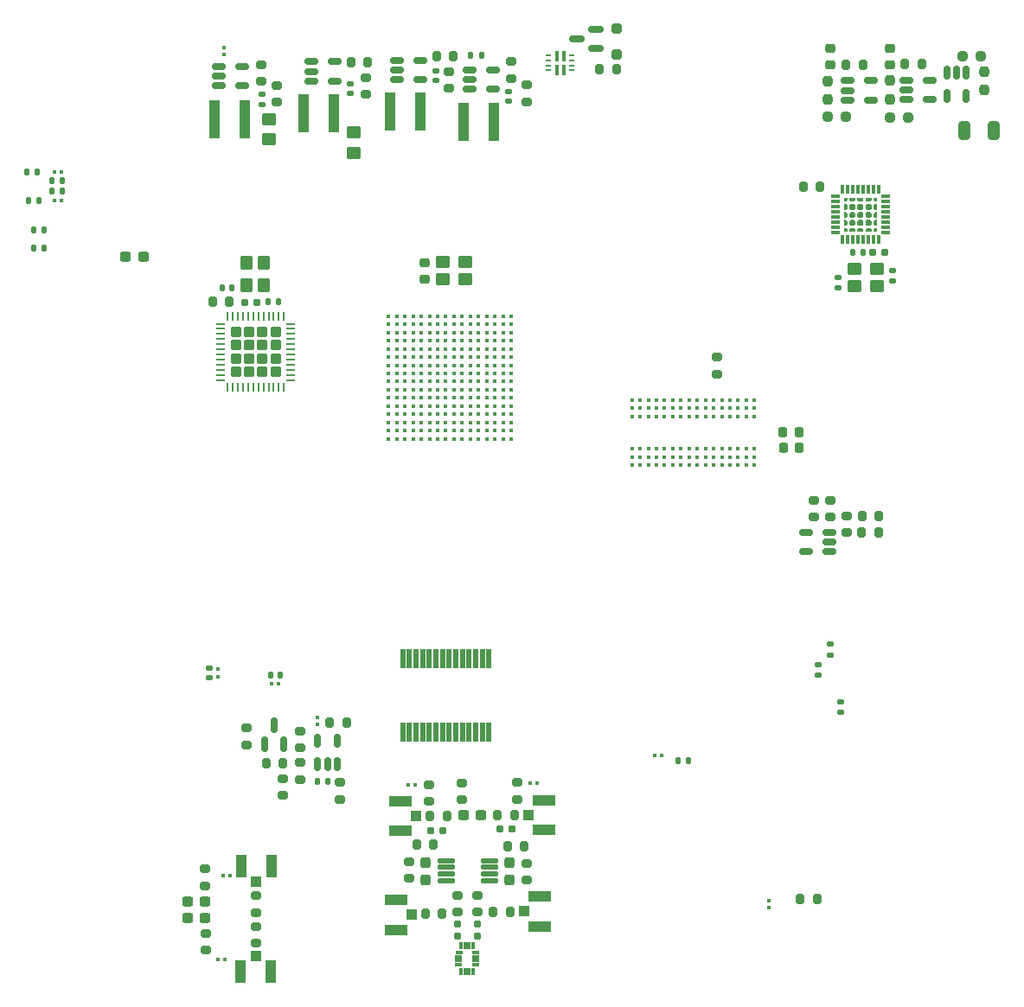
<source format=gbr>
G04 #@! TF.GenerationSoftware,KiCad,Pcbnew,9.0.3-9.0.3-0~ubuntu24.04.1*
G04 #@! TF.CreationDate,2025-07-29T10:54:51+02:00*
G04 #@! TF.ProjectId,acoustic-carrier-board,61636f75-7374-4696-932d-636172726965,rev?*
G04 #@! TF.SameCoordinates,Original*
G04 #@! TF.FileFunction,Paste,Top*
G04 #@! TF.FilePolarity,Positive*
%FSLAX46Y46*%
G04 Gerber Fmt 4.6, Leading zero omitted, Abs format (unit mm)*
G04 Created by KiCad (PCBNEW 9.0.3-9.0.3-0~ubuntu24.04.1) date 2025-07-29 10:54:51*
%MOMM*%
%LPD*%
G01*
G04 APERTURE LIST*
G04 Aperture macros list*
%AMRoundRect*
0 Rectangle with rounded corners*
0 $1 Rounding radius*
0 $2 $3 $4 $5 $6 $7 $8 $9 X,Y pos of 4 corners*
0 Add a 4 corners polygon primitive as box body*
4,1,4,$2,$3,$4,$5,$6,$7,$8,$9,$2,$3,0*
0 Add four circle primitives for the rounded corners*
1,1,$1+$1,$2,$3*
1,1,$1+$1,$4,$5*
1,1,$1+$1,$6,$7*
1,1,$1+$1,$8,$9*
0 Add four rect primitives between the rounded corners*
20,1,$1+$1,$2,$3,$4,$5,0*
20,1,$1+$1,$4,$5,$6,$7,0*
20,1,$1+$1,$6,$7,$8,$9,0*
20,1,$1+$1,$8,$9,$2,$3,0*%
G04 Aperture macros list end*
%ADD10C,0.000000*%
%ADD11RoundRect,0.200000X0.200000X0.275000X-0.200000X0.275000X-0.200000X-0.275000X0.200000X-0.275000X0*%
%ADD12RoundRect,0.150000X-0.512500X-0.150000X0.512500X-0.150000X0.512500X0.150000X-0.512500X0.150000X0*%
%ADD13RoundRect,0.237500X0.237500X-0.300000X0.237500X0.300000X-0.237500X0.300000X-0.237500X-0.300000X0*%
%ADD14RoundRect,0.237500X-0.300000X-0.237500X0.300000X-0.237500X0.300000X0.237500X-0.300000X0.237500X0*%
%ADD15RoundRect,0.135000X-0.185000X0.135000X-0.185000X-0.135000X0.185000X-0.135000X0.185000X0.135000X0*%
%ADD16RoundRect,0.140000X0.170000X-0.140000X0.170000X0.140000X-0.170000X0.140000X-0.170000X-0.140000X0*%
%ADD17C,0.426000*%
%ADD18RoundRect,0.135000X-0.135000X-0.185000X0.135000X-0.185000X0.135000X0.185000X-0.135000X0.185000X0*%
%ADD19RoundRect,0.010000X-0.225000X0.875000X-0.225000X-0.875000X0.225000X-0.875000X0.225000X0.875000X0*%
%ADD20RoundRect,0.150000X0.587500X0.150000X-0.587500X0.150000X-0.587500X-0.150000X0.587500X-0.150000X0*%
%ADD21RoundRect,0.200000X-0.275000X0.200000X-0.275000X-0.200000X0.275000X-0.200000X0.275000X0.200000X0*%
%ADD22RoundRect,0.135000X0.135000X0.185000X-0.135000X0.185000X-0.135000X-0.185000X0.135000X-0.185000X0*%
%ADD23RoundRect,0.079500X-0.079500X-0.100500X0.079500X-0.100500X0.079500X0.100500X-0.079500X0.100500X0*%
%ADD24C,0.410000*%
%ADD25RoundRect,0.200000X-0.200000X-0.275000X0.200000X-0.275000X0.200000X0.275000X-0.200000X0.275000X0*%
%ADD26RoundRect,0.160000X0.197500X0.160000X-0.197500X0.160000X-0.197500X-0.160000X0.197500X-0.160000X0*%
%ADD27RoundRect,0.200000X0.275000X-0.200000X0.275000X0.200000X-0.275000X0.200000X-0.275000X-0.200000X0*%
%ADD28RoundRect,0.135000X0.185000X-0.135000X0.185000X0.135000X-0.185000X0.135000X-0.185000X-0.135000X0*%
%ADD29RoundRect,0.250000X-0.450000X0.350000X-0.450000X-0.350000X0.450000X-0.350000X0.450000X0.350000X0*%
%ADD30RoundRect,0.237500X0.250000X0.237500X-0.250000X0.237500X-0.250000X-0.237500X0.250000X-0.237500X0*%
%ADD31RoundRect,0.237500X-0.250000X-0.237500X0.250000X-0.237500X0.250000X0.237500X-0.250000X0.237500X0*%
%ADD32RoundRect,0.218750X-0.256250X0.218750X-0.256250X-0.218750X0.256250X-0.218750X0.256250X0.218750X0*%
%ADD33RoundRect,0.079500X0.079500X0.100500X-0.079500X0.100500X-0.079500X-0.100500X0.079500X-0.100500X0*%
%ADD34RoundRect,0.079500X0.100500X-0.079500X0.100500X0.079500X-0.100500X0.079500X-0.100500X-0.079500X0*%
%ADD35RoundRect,0.218750X-0.218750X-0.256250X0.218750X-0.256250X0.218750X0.256250X-0.218750X0.256250X0*%
%ADD36R,1.100000X3.700000*%
%ADD37RoundRect,0.237500X0.300000X0.237500X-0.300000X0.237500X-0.300000X-0.237500X0.300000X-0.237500X0*%
%ADD38RoundRect,0.237500X0.237500X-0.250000X0.237500X0.250000X-0.237500X0.250000X-0.237500X-0.250000X0*%
%ADD39RoundRect,0.150000X0.512500X0.150000X-0.512500X0.150000X-0.512500X-0.150000X0.512500X-0.150000X0*%
%ADD40R,1.000000X1.050000*%
%ADD41R,1.050000X2.200000*%
%ADD42RoundRect,0.250000X-0.270000X-0.270000X0.270000X-0.270000X0.270000X0.270000X-0.270000X0.270000X0*%
%ADD43RoundRect,0.062500X-0.375000X-0.062500X0.375000X-0.062500X0.375000X0.062500X-0.375000X0.062500X0*%
%ADD44RoundRect,0.062500X-0.062500X-0.375000X0.062500X-0.375000X0.062500X0.375000X-0.062500X0.375000X0*%
%ADD45R,1.050000X1.000000*%
%ADD46R,2.200000X1.050000*%
%ADD47RoundRect,0.237500X-0.237500X0.250000X-0.237500X-0.250000X0.237500X-0.250000X0.237500X0.250000X0*%
%ADD48RoundRect,0.140000X0.140000X0.170000X-0.140000X0.170000X-0.140000X-0.170000X0.140000X-0.170000X0*%
%ADD49RoundRect,0.250000X0.450000X0.350000X-0.450000X0.350000X-0.450000X-0.350000X0.450000X-0.350000X0*%
%ADD50RoundRect,0.250000X0.325000X0.650000X-0.325000X0.650000X-0.325000X-0.650000X0.325000X-0.650000X0*%
%ADD51R,0.399999X1.050000*%
%ADD52R,0.599999X0.200000*%
%ADD53RoundRect,0.150000X0.150000X-0.512500X0.150000X0.512500X-0.150000X0.512500X-0.150000X-0.512500X0*%
%ADD54RoundRect,0.010000X-0.406400X0.127000X-0.406400X-0.127000X0.406400X-0.127000X0.406400X0.127000X0*%
%ADD55RoundRect,0.010000X0.127000X0.406400X-0.127000X0.406400X-0.127000X-0.406400X0.127000X-0.406400X0*%
%ADD56RoundRect,0.140000X-0.140000X-0.170000X0.140000X-0.170000X0.140000X0.170000X-0.140000X0.170000X0*%
%ADD57RoundRect,0.150000X-0.150000X0.512500X-0.150000X-0.512500X0.150000X-0.512500X0.150000X0.512500X0*%
%ADD58RoundRect,0.045625X0.305375X0.136875X-0.305375X0.136875X-0.305375X-0.136875X0.305375X-0.136875X0*%
%ADD59RoundRect,0.045000X0.256500X0.135000X-0.256500X0.135000X-0.256500X-0.135000X0.256500X-0.135000X0*%
%ADD60RoundRect,0.045000X-0.135000X0.256500X-0.135000X-0.256500X0.135000X-0.256500X0.135000X0.256500X0*%
%ADD61RoundRect,0.250000X-0.250000X0.250000X-0.250000X-0.250000X0.250000X-0.250000X0.250000X0.250000X0*%
%ADD62RoundRect,0.237500X-0.237500X0.300000X-0.237500X-0.300000X0.237500X-0.300000X0.237500X0.300000X0*%
%ADD63RoundRect,0.225000X0.250000X-0.225000X0.250000X0.225000X-0.250000X0.225000X-0.250000X-0.225000X0*%
%ADD64RoundRect,0.165000X0.165000X-0.202500X0.165000X0.202500X-0.165000X0.202500X-0.165000X-0.202500X0*%
%ADD65RoundRect,0.160000X-0.197500X-0.160000X0.197500X-0.160000X0.197500X0.160000X-0.197500X0.160000X0*%
%ADD66RoundRect,0.125500X0.688000X0.125500X-0.688000X0.125500X-0.688000X-0.125500X0.688000X-0.125500X0*%
%ADD67RoundRect,0.250000X-0.350000X0.450000X-0.350000X-0.450000X0.350000X-0.450000X0.350000X0.450000X0*%
%ADD68RoundRect,0.160000X0.160000X-0.197500X0.160000X0.197500X-0.160000X0.197500X-0.160000X-0.197500X0*%
%ADD69RoundRect,0.150000X0.150000X-0.587500X0.150000X0.587500X-0.150000X0.587500X-0.150000X-0.587500X0*%
G04 APERTURE END LIST*
D10*
G36*
X127817800Y-70485479D02*
G01*
X127676379Y-70626900D01*
X127472030Y-70626900D01*
X127472030Y-70281130D01*
X127817800Y-70281130D01*
X127817800Y-70485479D01*
G37*
G36*
X127817800Y-73330521D02*
G01*
X127817800Y-73534870D01*
X127472030Y-73534870D01*
X127472030Y-73189100D01*
X127676379Y-73189100D01*
X127817800Y-73330521D01*
G37*
G36*
X130725770Y-70626900D02*
G01*
X130521421Y-70626900D01*
X130380000Y-70485479D01*
X130380000Y-70281130D01*
X130725770Y-70281130D01*
X130725770Y-70626900D01*
G37*
G36*
X130725770Y-73534870D02*
G01*
X130380000Y-73534870D01*
X130380000Y-73330521D01*
X130521421Y-73189100D01*
X130725770Y-73189100D01*
X130725770Y-73534870D01*
G37*
G36*
X127817800Y-70968321D02*
G01*
X127817800Y-71272879D01*
X127676379Y-71414300D01*
X127472030Y-71414300D01*
X127472030Y-70826900D01*
X127676379Y-70826900D01*
X127817800Y-70968321D01*
G37*
G36*
X127817800Y-71755721D02*
G01*
X127817800Y-72060279D01*
X127676379Y-72201700D01*
X127472030Y-72201700D01*
X127472030Y-71614300D01*
X127676379Y-71614300D01*
X127817800Y-71755721D01*
G37*
G36*
X127817800Y-72543121D02*
G01*
X127817800Y-72847679D01*
X127676379Y-72989100D01*
X127472030Y-72989100D01*
X127472030Y-72401700D01*
X127676379Y-72401700D01*
X127817800Y-72543121D01*
G37*
G36*
X128605200Y-70485479D02*
G01*
X128463779Y-70626900D01*
X128159221Y-70626900D01*
X128017800Y-70485479D01*
X128017800Y-70281130D01*
X128605200Y-70281130D01*
X128605200Y-70485479D01*
G37*
G36*
X128605200Y-73330521D02*
G01*
X128605200Y-73534870D01*
X128017800Y-73534870D01*
X128017800Y-73330521D01*
X128159221Y-73189100D01*
X128463779Y-73189100D01*
X128605200Y-73330521D01*
G37*
G36*
X129392600Y-70485479D02*
G01*
X129251179Y-70626900D01*
X128946621Y-70626900D01*
X128805200Y-70485479D01*
X128805200Y-70281130D01*
X129392600Y-70281130D01*
X129392600Y-70485479D01*
G37*
G36*
X129392600Y-73330521D02*
G01*
X129392600Y-73534870D01*
X128805200Y-73534870D01*
X128805200Y-73330521D01*
X128946621Y-73189100D01*
X129251179Y-73189100D01*
X129392600Y-73330521D01*
G37*
G36*
X130180000Y-70485479D02*
G01*
X130038579Y-70626900D01*
X129734021Y-70626900D01*
X129592600Y-70485479D01*
X129592600Y-70281130D01*
X130180000Y-70281130D01*
X130180000Y-70485479D01*
G37*
G36*
X130180000Y-73330521D02*
G01*
X130180000Y-73534870D01*
X129592600Y-73534870D01*
X129592600Y-73330521D01*
X129734021Y-73189100D01*
X130038579Y-73189100D01*
X130180000Y-73330521D01*
G37*
G36*
X130725770Y-71414300D02*
G01*
X130521421Y-71414300D01*
X130380000Y-71272879D01*
X130380000Y-70968321D01*
X130521421Y-70826900D01*
X130725770Y-70826900D01*
X130725770Y-71414300D01*
G37*
G36*
X130725770Y-72201700D02*
G01*
X130521421Y-72201700D01*
X130380000Y-72060279D01*
X130380000Y-71755721D01*
X130521421Y-71614300D01*
X130725770Y-71614300D01*
X130725770Y-72201700D01*
G37*
G36*
X130725770Y-72989100D02*
G01*
X130521421Y-72989100D01*
X130380000Y-72847679D01*
X130380000Y-72543121D01*
X130521421Y-72401700D01*
X130725770Y-72401700D01*
X130725770Y-72989100D01*
G37*
G36*
X128605200Y-70968321D02*
G01*
X128605200Y-71272879D01*
X128463779Y-71414300D01*
X128159221Y-71414300D01*
X128017800Y-71272879D01*
X128017800Y-70968321D01*
X128159221Y-70826900D01*
X128463779Y-70826900D01*
X128605200Y-70968321D01*
G37*
G36*
X128605200Y-71755721D02*
G01*
X128605200Y-72060279D01*
X128463779Y-72201700D01*
X128159221Y-72201700D01*
X128017800Y-72060279D01*
X128017800Y-71755721D01*
X128159221Y-71614300D01*
X128463779Y-71614300D01*
X128605200Y-71755721D01*
G37*
G36*
X128605200Y-72543121D02*
G01*
X128605200Y-72847679D01*
X128463779Y-72989100D01*
X128159221Y-72989100D01*
X128017800Y-72847679D01*
X128017800Y-72543121D01*
X128159221Y-72401700D01*
X128463779Y-72401700D01*
X128605200Y-72543121D01*
G37*
G36*
X129392600Y-70968321D02*
G01*
X129392600Y-71272879D01*
X129251179Y-71414300D01*
X128946621Y-71414300D01*
X128805200Y-71272879D01*
X128805200Y-70968321D01*
X128946621Y-70826900D01*
X129251179Y-70826900D01*
X129392600Y-70968321D01*
G37*
G36*
X129392600Y-71755721D02*
G01*
X129392600Y-72060279D01*
X129251179Y-72201700D01*
X128946621Y-72201700D01*
X128805200Y-72060279D01*
X128805200Y-71755721D01*
X128946621Y-71614300D01*
X129251179Y-71614300D01*
X129392600Y-71755721D01*
G37*
G36*
X129392600Y-72543121D02*
G01*
X129392600Y-72847679D01*
X129251179Y-72989100D01*
X128946621Y-72989100D01*
X128805200Y-72847679D01*
X128805200Y-72543121D01*
X128946621Y-72401700D01*
X129251179Y-72401700D01*
X129392600Y-72543121D01*
G37*
G36*
X130180000Y-70968321D02*
G01*
X130180000Y-71272879D01*
X130038579Y-71414300D01*
X129734021Y-71414300D01*
X129592600Y-71272879D01*
X129592600Y-70968321D01*
X129734021Y-70826900D01*
X130038579Y-70826900D01*
X130180000Y-70968321D01*
G37*
G36*
X130180000Y-71755721D02*
G01*
X130180000Y-72060279D01*
X130038579Y-72201700D01*
X129734021Y-72201700D01*
X129592600Y-72060279D01*
X129592600Y-71755721D01*
X129734021Y-71614300D01*
X130038579Y-71614300D01*
X130180000Y-71755721D01*
G37*
G36*
X130180000Y-72543121D02*
G01*
X130180000Y-72847679D01*
X130038579Y-72989100D01*
X129734021Y-72989100D01*
X129592600Y-72847679D01*
X129592600Y-72543121D01*
X129734021Y-72401700D01*
X130038579Y-72401700D01*
X130180000Y-72543121D01*
G37*
D11*
X89230000Y-56365000D03*
X87580000Y-56365000D03*
D12*
X133617500Y-58730000D03*
X133617500Y-59680000D03*
X133617500Y-60630000D03*
X135892500Y-60630000D03*
X135892500Y-58730000D03*
D13*
X86517500Y-137092500D03*
X86517500Y-135367500D03*
D14*
X63195000Y-139215000D03*
X64920000Y-139215000D03*
D15*
X127190000Y-119610000D03*
X127190000Y-120630000D03*
D16*
X79155000Y-60045000D03*
X79155000Y-59085000D03*
D17*
X106720000Y-96450000D03*
X106720000Y-95650000D03*
X106720000Y-94850000D03*
X106720000Y-91650000D03*
X106720000Y-90850000D03*
X106720000Y-90050000D03*
X107520000Y-96450000D03*
X107520000Y-95650000D03*
X107520000Y-94850000D03*
X107520000Y-91650000D03*
X107520000Y-90850000D03*
X107520000Y-90050000D03*
X108320000Y-96450000D03*
X108320000Y-95650000D03*
X108320000Y-94850000D03*
X108320000Y-91650000D03*
X108320000Y-90850000D03*
X108320000Y-90050000D03*
X109120000Y-96450000D03*
X109120000Y-95650000D03*
X109120000Y-94850000D03*
X109120000Y-91650000D03*
X109120000Y-90850000D03*
X109120000Y-90050000D03*
X109920000Y-96450000D03*
X109920000Y-95650000D03*
X109920000Y-94850000D03*
X109920000Y-91650000D03*
X109920000Y-90850000D03*
X109920000Y-90050000D03*
X110720000Y-96450000D03*
X110720000Y-95650000D03*
X110720000Y-94850000D03*
X110720000Y-91650000D03*
X110720000Y-90850000D03*
X110720000Y-90050000D03*
X111520000Y-96450000D03*
X111520000Y-95650000D03*
X111520000Y-94850000D03*
X111520000Y-91650000D03*
X111520000Y-90850000D03*
X111520000Y-90050000D03*
X112320000Y-96450000D03*
X112320000Y-95650000D03*
X112320000Y-94850000D03*
X112320000Y-91650000D03*
X112320000Y-90850000D03*
X112320000Y-90050000D03*
X113120000Y-96450000D03*
X113120000Y-95650000D03*
X113120000Y-94850000D03*
X113120000Y-91650000D03*
X113120000Y-90850000D03*
X113120000Y-90050000D03*
X113920000Y-96450000D03*
X113920000Y-95650000D03*
X113920000Y-94850000D03*
X113920000Y-91650000D03*
X113920000Y-90850000D03*
X113920000Y-90050000D03*
X114720000Y-96450000D03*
X114720000Y-95650000D03*
X114720000Y-94850000D03*
X114720000Y-91650000D03*
X114720000Y-90850000D03*
X114720000Y-90050000D03*
X115520000Y-96450000D03*
X115520000Y-95650000D03*
X115520000Y-94850000D03*
X115520000Y-91650000D03*
X115520000Y-90850000D03*
X115520000Y-90050000D03*
X116320000Y-96450000D03*
X116320000Y-95650000D03*
X116320000Y-94850000D03*
X116320000Y-91650000D03*
X116320000Y-90850000D03*
X116320000Y-90050000D03*
X117120000Y-96450000D03*
X117120000Y-95650000D03*
X117120000Y-94850000D03*
X117120000Y-91650000D03*
X117120000Y-90850000D03*
X117120000Y-90050000D03*
X117920000Y-96450000D03*
X117920000Y-95650000D03*
X117920000Y-94850000D03*
X117920000Y-91650000D03*
X117920000Y-90850000D03*
X117920000Y-90050000D03*
X118720000Y-96450000D03*
X118720000Y-95650000D03*
X118720000Y-94850000D03*
X118720000Y-91650000D03*
X118720000Y-90850000D03*
X118720000Y-90050000D03*
D18*
X49910000Y-69610000D03*
X50930000Y-69610000D03*
D19*
X92735000Y-115410000D03*
X92085000Y-115410000D03*
X91435000Y-115410000D03*
X90785000Y-115410000D03*
X90135000Y-115410000D03*
X89485000Y-115410000D03*
X88835000Y-115410000D03*
X88185000Y-115410000D03*
X87535000Y-115410000D03*
X86885000Y-115410000D03*
X86235000Y-115410000D03*
X85585000Y-115410000D03*
X84935000Y-115410000D03*
X84285000Y-115410000D03*
X84285000Y-122610000D03*
X84935000Y-122610000D03*
X85585000Y-122610000D03*
X86235000Y-122610000D03*
X86885000Y-122610000D03*
X87535000Y-122610000D03*
X88185000Y-122610000D03*
X88835000Y-122610000D03*
X89485000Y-122610000D03*
X90135000Y-122610000D03*
X90785000Y-122610000D03*
X91435000Y-122610000D03*
X92085000Y-122610000D03*
X92735000Y-122610000D03*
D20*
X103227502Y-55629999D03*
X103227502Y-53729999D03*
X101352502Y-54679999D03*
D16*
X70505000Y-61095000D03*
X70505000Y-60135000D03*
D21*
X95525000Y-127535000D03*
X95525000Y-129185000D03*
D22*
X91980000Y-56270000D03*
X90960000Y-56270000D03*
D23*
X66685000Y-136680000D03*
X67375000Y-136680000D03*
D24*
X82900000Y-81850000D03*
X83700000Y-81850000D03*
X84500000Y-81850000D03*
X85300000Y-81850000D03*
X86100000Y-81850000D03*
X86900000Y-81850000D03*
X87700000Y-81850000D03*
X88500000Y-81850000D03*
X89300000Y-81850000D03*
X90100000Y-81850000D03*
X90900000Y-81850000D03*
X91700000Y-81850000D03*
X92500000Y-81850000D03*
X93300000Y-81850000D03*
X94100000Y-81850000D03*
X94900000Y-81850000D03*
X82900000Y-82650000D03*
X83700000Y-82650000D03*
X84500000Y-82650000D03*
X85300000Y-82650000D03*
X86100000Y-82650000D03*
X86900000Y-82650000D03*
X87700000Y-82650000D03*
X88500000Y-82650000D03*
X89300000Y-82650000D03*
X90100000Y-82650000D03*
X90900000Y-82650000D03*
X91700000Y-82650000D03*
X92500000Y-82650000D03*
X93300000Y-82650000D03*
X94100000Y-82650000D03*
X94900000Y-82650000D03*
X82900000Y-83450000D03*
X83700000Y-83450000D03*
X84500000Y-83450000D03*
X85300000Y-83450000D03*
X86100000Y-83450000D03*
X86900000Y-83450000D03*
X87700000Y-83450000D03*
X88500000Y-83450000D03*
X89300000Y-83450000D03*
X90100000Y-83450000D03*
X90900000Y-83450000D03*
X91700000Y-83450000D03*
X92500000Y-83450000D03*
X93300000Y-83450000D03*
X94100000Y-83450000D03*
X94900000Y-83450000D03*
X82900000Y-84250000D03*
X83700000Y-84250000D03*
X84500000Y-84250000D03*
X85300000Y-84250000D03*
X86100000Y-84250000D03*
X86900000Y-84250000D03*
X87700000Y-84250000D03*
X88500000Y-84250000D03*
X89300000Y-84250000D03*
X90100000Y-84250000D03*
X90900000Y-84250000D03*
X91700000Y-84250000D03*
X92500000Y-84250000D03*
X93300000Y-84250000D03*
X94100000Y-84250000D03*
X94900000Y-84250000D03*
X82900000Y-85050000D03*
X83700000Y-85050000D03*
X84500000Y-85050000D03*
X85300000Y-85050000D03*
X86100000Y-85050000D03*
X86900000Y-85050000D03*
X87700000Y-85050000D03*
X88500000Y-85050000D03*
X89300000Y-85050000D03*
X90100000Y-85050000D03*
X90900000Y-85050000D03*
X91700000Y-85050000D03*
X92500000Y-85050000D03*
X93300000Y-85050000D03*
X94100000Y-85050000D03*
X94900000Y-85050000D03*
X82900000Y-85850000D03*
X83700000Y-85850000D03*
X84500000Y-85850000D03*
X85300000Y-85850000D03*
X86100000Y-85850000D03*
X86900000Y-85850000D03*
X87700000Y-85850000D03*
X88500000Y-85850000D03*
X89300000Y-85850000D03*
X90100000Y-85850000D03*
X90900000Y-85850000D03*
X91700000Y-85850000D03*
X92500000Y-85850000D03*
X93300000Y-85850000D03*
X94100000Y-85850000D03*
X94900000Y-85850000D03*
X82900000Y-86650000D03*
X83700000Y-86650000D03*
X84500000Y-86650000D03*
X85300000Y-86650000D03*
X86100000Y-86650000D03*
X86900000Y-86650000D03*
X87700000Y-86650000D03*
X88500000Y-86650000D03*
X89300000Y-86650000D03*
X90100000Y-86650000D03*
X90900000Y-86650000D03*
X91700000Y-86650000D03*
X92500000Y-86650000D03*
X93300000Y-86650000D03*
X94100000Y-86650000D03*
X94900000Y-86650000D03*
X82900000Y-87450000D03*
X83700000Y-87450000D03*
X84500000Y-87450000D03*
X85300000Y-87450000D03*
X86100000Y-87450000D03*
X86900000Y-87450000D03*
X87700000Y-87450000D03*
X88500000Y-87450000D03*
X89300000Y-87450000D03*
X90100000Y-87450000D03*
X90900000Y-87450000D03*
X91700000Y-87450000D03*
X92500000Y-87450000D03*
X93300000Y-87450000D03*
X94100000Y-87450000D03*
X94900000Y-87450000D03*
X82900000Y-88250000D03*
X83700000Y-88250000D03*
X84500000Y-88250000D03*
X85300000Y-88250000D03*
X86100000Y-88250000D03*
X86900000Y-88250000D03*
X87700000Y-88250000D03*
X88500000Y-88250000D03*
X89300000Y-88250000D03*
X90100000Y-88250000D03*
X90900000Y-88250000D03*
X91700000Y-88250000D03*
X92500000Y-88250000D03*
X93300000Y-88250000D03*
X94100000Y-88250000D03*
X94900000Y-88250000D03*
X82900000Y-89050000D03*
X83700000Y-89050000D03*
X84500000Y-89050000D03*
X85300000Y-89050000D03*
X86100000Y-89050000D03*
X86900000Y-89050000D03*
X87700000Y-89050000D03*
X88500000Y-89050000D03*
X89300000Y-89050000D03*
X90100000Y-89050000D03*
X90900000Y-89050000D03*
X91700000Y-89050000D03*
X92500000Y-89050000D03*
X93300000Y-89050000D03*
X94100000Y-89050000D03*
X94900000Y-89050000D03*
X82900000Y-89850000D03*
X83700000Y-89850000D03*
X84500000Y-89850000D03*
X85300000Y-89850000D03*
X86100000Y-89850000D03*
X86900000Y-89850000D03*
X87700000Y-89850000D03*
X88500000Y-89850000D03*
X89300000Y-89850000D03*
X90100000Y-89850000D03*
X90900000Y-89850000D03*
X91700000Y-89850000D03*
X92500000Y-89850000D03*
X93300000Y-89850000D03*
X94100000Y-89850000D03*
X94900000Y-89850000D03*
X82900000Y-90650000D03*
X83700000Y-90650000D03*
X84500000Y-90650000D03*
X85300000Y-90650000D03*
X86100000Y-90650000D03*
X86900000Y-90650000D03*
X87700000Y-90650000D03*
X88500000Y-90650000D03*
X89300000Y-90650000D03*
X90100000Y-90650000D03*
X90900000Y-90650000D03*
X91700000Y-90650000D03*
X92500000Y-90650000D03*
X93300000Y-90650000D03*
X94100000Y-90650000D03*
X94900000Y-90650000D03*
X82900000Y-91450000D03*
X83700000Y-91450000D03*
X84500000Y-91450000D03*
X85300000Y-91450000D03*
X86100000Y-91450000D03*
X86900000Y-91450000D03*
X87700000Y-91450000D03*
X88500000Y-91450000D03*
X89300000Y-91450000D03*
X90100000Y-91450000D03*
X90900000Y-91450000D03*
X91700000Y-91450000D03*
X92500000Y-91450000D03*
X93300000Y-91450000D03*
X94100000Y-91450000D03*
X94900000Y-91450000D03*
X82900000Y-92250000D03*
X83700000Y-92250000D03*
X84500000Y-92250000D03*
X85300000Y-92250000D03*
X86100000Y-92250000D03*
X86900000Y-92250000D03*
X87700000Y-92250000D03*
X88500000Y-92250000D03*
X89300000Y-92250000D03*
X90100000Y-92250000D03*
X90900000Y-92250000D03*
X91700000Y-92250000D03*
X92500000Y-92250000D03*
X93300000Y-92250000D03*
X94100000Y-92250000D03*
X94900000Y-92250000D03*
X82900000Y-93050000D03*
X83700000Y-93050000D03*
X84500000Y-93050000D03*
X85300000Y-93050000D03*
X86100000Y-93050000D03*
X86900000Y-93050000D03*
X87700000Y-93050000D03*
X88500000Y-93050000D03*
X89300000Y-93050000D03*
X90100000Y-93050000D03*
X90900000Y-93050000D03*
X91700000Y-93050000D03*
X92500000Y-93050000D03*
X93300000Y-93050000D03*
X94100000Y-93050000D03*
X94900000Y-93050000D03*
X82900000Y-93850000D03*
X83700000Y-93850000D03*
X84500000Y-93850000D03*
X85300000Y-93850000D03*
X86100000Y-93850000D03*
X86900000Y-93850000D03*
X87700000Y-93850000D03*
X88500000Y-93850000D03*
X89300000Y-93850000D03*
X90100000Y-93850000D03*
X90900000Y-93850000D03*
X91700000Y-93850000D03*
X92500000Y-93850000D03*
X93300000Y-93850000D03*
X94100000Y-93850000D03*
X94900000Y-93850000D03*
D25*
X77150000Y-121667500D03*
X78800000Y-121667500D03*
D26*
X70040000Y-80485000D03*
X68845000Y-80485000D03*
D27*
X74265000Y-124115000D03*
X74265000Y-122465000D03*
D28*
X124990000Y-117010000D03*
X124990000Y-115990000D03*
D29*
X79480000Y-63850000D03*
X79480000Y-65850000D03*
D27*
X126122250Y-101530000D03*
X126122250Y-99880000D03*
D22*
X129330000Y-75613000D03*
X128310000Y-75613000D03*
D18*
X47660000Y-70480000D03*
X48680000Y-70480000D03*
D11*
X94785000Y-140180000D03*
X93135000Y-140180000D03*
D21*
X124572250Y-99880000D03*
X124572250Y-101530000D03*
D30*
X127692500Y-62325000D03*
X125867500Y-62325000D03*
D11*
X125155000Y-69150000D03*
X123505000Y-69150000D03*
D23*
X108935000Y-124880000D03*
X109625000Y-124880000D03*
D31*
X139055000Y-56337500D03*
X140880000Y-56337500D03*
D12*
X66280000Y-57395000D03*
X66280000Y-58345000D03*
X66280000Y-59295000D03*
X68555000Y-59295000D03*
X68555000Y-57395000D03*
D27*
X115020000Y-87515000D03*
X115020000Y-85865000D03*
D32*
X131955000Y-55625000D03*
X131955000Y-57200000D03*
D11*
X130872250Y-103005000D03*
X129222250Y-103005000D03*
D25*
X127667500Y-57225000D03*
X129317500Y-57225000D03*
D11*
X72590000Y-125620000D03*
X70940000Y-125620000D03*
D33*
X50875000Y-67720000D03*
X50185000Y-67720000D03*
D18*
X47520000Y-67680000D03*
X48540000Y-67680000D03*
D21*
X96417500Y-135417500D03*
X96417500Y-137067500D03*
D12*
X75317500Y-56915000D03*
X75317500Y-57865000D03*
X75317500Y-58815000D03*
X77592500Y-58815000D03*
X77592500Y-56915000D03*
D21*
X91600000Y-138565000D03*
X91600000Y-140215000D03*
D34*
X120120000Y-139745000D03*
X120120000Y-139055000D03*
D35*
X121482500Y-93220000D03*
X123057500Y-93220000D03*
D25*
X129262250Y-101405000D03*
X130912250Y-101405000D03*
D36*
X90205000Y-62815000D03*
X93205000Y-62815000D03*
D18*
X49900000Y-68600000D03*
X50920000Y-68600000D03*
D26*
X94982500Y-132110000D03*
X93787500Y-132110000D03*
D11*
X96210000Y-133760000D03*
X94560000Y-133760000D03*
D37*
X58902500Y-76020000D03*
X57177500Y-76020000D03*
D18*
X48180000Y-75180000D03*
X49200000Y-75180000D03*
D16*
X132230000Y-78350000D03*
X132230000Y-77390000D03*
D21*
X69930000Y-141605000D03*
X69930000Y-143255000D03*
D16*
X65310000Y-117242500D03*
X65310000Y-116282500D03*
D32*
X126167500Y-55650000D03*
X126167500Y-57225000D03*
D36*
X65855000Y-62570000D03*
X68855000Y-62570000D03*
D38*
X131955000Y-60612500D03*
X131955000Y-58787500D03*
D39*
X126047250Y-104905000D03*
X126047250Y-103955000D03*
X126047250Y-103005000D03*
X123772250Y-103005000D03*
X123772250Y-104905000D03*
D40*
X69960000Y-137235000D03*
D41*
X68485000Y-135710000D03*
X71435000Y-135710000D03*
D11*
X67335000Y-80400000D03*
X65685000Y-80400000D03*
D35*
X121552500Y-94770000D03*
X123127500Y-94770000D03*
D23*
X66215000Y-144830000D03*
X66905000Y-144830000D03*
D28*
X126130000Y-115010000D03*
X126130000Y-113990000D03*
D42*
X67970000Y-83400000D03*
X67970000Y-84690000D03*
X67970000Y-85980000D03*
X67970000Y-87270000D03*
X69260000Y-83400000D03*
X69260000Y-84690000D03*
X69260000Y-85980000D03*
X69260000Y-87270000D03*
X70550000Y-83400000D03*
X70550000Y-84690000D03*
X70550000Y-85980000D03*
X70550000Y-87270000D03*
X71840000Y-83400000D03*
X71840000Y-84690000D03*
X71840000Y-85980000D03*
X71840000Y-87270000D03*
D43*
X66467500Y-82585000D03*
X66467500Y-83085000D03*
X66467500Y-83585000D03*
X66467500Y-84085000D03*
X66467500Y-84585000D03*
X66467500Y-85085000D03*
X66467500Y-85585000D03*
X66467500Y-86085000D03*
X66467500Y-86585000D03*
X66467500Y-87085000D03*
X66467500Y-87585000D03*
X66467500Y-88085000D03*
D44*
X67155000Y-88772500D03*
X67655000Y-88772500D03*
X68155000Y-88772500D03*
X68655000Y-88772500D03*
X69155000Y-88772500D03*
X69655000Y-88772500D03*
X70155000Y-88772500D03*
X70655000Y-88772500D03*
X71155000Y-88772500D03*
X71655000Y-88772500D03*
X72155000Y-88772500D03*
X72655000Y-88772500D03*
D43*
X73342500Y-88085000D03*
X73342500Y-87585000D03*
X73342500Y-87085000D03*
X73342500Y-86585000D03*
X73342500Y-86085000D03*
X73342500Y-85585000D03*
X73342500Y-85085000D03*
X73342500Y-84585000D03*
X73342500Y-84085000D03*
X73342500Y-83585000D03*
X73342500Y-83085000D03*
X73342500Y-82585000D03*
D44*
X72655000Y-81897500D03*
X72155000Y-81897500D03*
X71655000Y-81897500D03*
X71155000Y-81897500D03*
X70655000Y-81897500D03*
X70155000Y-81897500D03*
X69655000Y-81897500D03*
X69155000Y-81897500D03*
X68655000Y-81897500D03*
X68155000Y-81897500D03*
X67655000Y-81897500D03*
X67155000Y-81897500D03*
D45*
X96135000Y-140130000D03*
D46*
X97660000Y-138655000D03*
X97660000Y-141605000D03*
D47*
X141217500Y-57875000D03*
X141217500Y-59700000D03*
D16*
X126910000Y-79043000D03*
X126910000Y-78083000D03*
D48*
X72110000Y-80400000D03*
X71150000Y-80400000D03*
D49*
X130710000Y-77163000D03*
X128510000Y-77163000D03*
X128510000Y-78863000D03*
X130710000Y-78863000D03*
D50*
X142175000Y-63640000D03*
X139225000Y-63640000D03*
D51*
X99375002Y-57695000D03*
X100075001Y-57695000D03*
D52*
X100850000Y-57770001D03*
X100850000Y-57270000D03*
X100850000Y-56770000D03*
X100850000Y-56269999D03*
D51*
X100075001Y-56345000D03*
X99375002Y-56345000D03*
D52*
X98550002Y-56269999D03*
X98550002Y-56770000D03*
X98550002Y-57270000D03*
X98550002Y-57770001D03*
D30*
X133767500Y-62400000D03*
X131942500Y-62400000D03*
D45*
X85572500Y-130800000D03*
D46*
X84047500Y-132275000D03*
X84047500Y-129325000D03*
D27*
X127767250Y-103050000D03*
X127767250Y-101400000D03*
X94930000Y-58540000D03*
X94930000Y-56890000D03*
D21*
X89630000Y-138575000D03*
X89630000Y-140225000D03*
D11*
X80867500Y-57010000D03*
X79217500Y-57010000D03*
D48*
X72325000Y-116977500D03*
X71365000Y-116977500D03*
D53*
X75975000Y-125712500D03*
X76925000Y-125712500D03*
X77875000Y-125712500D03*
X77875000Y-123437500D03*
X75975000Y-123437500D03*
D14*
X90222500Y-130745000D03*
X91947500Y-130745000D03*
D45*
X85162500Y-140460000D03*
D46*
X83637500Y-141935000D03*
X83637500Y-138985000D03*
D54*
X131550000Y-73686000D03*
X131550000Y-73178000D03*
X131550000Y-72670000D03*
X131550000Y-72162000D03*
X131550000Y-71654000D03*
X131550000Y-71146000D03*
X131550000Y-70638000D03*
X131550000Y-70130000D03*
D55*
X130876900Y-69456900D03*
X130368900Y-69456900D03*
X129860900Y-69456900D03*
X129352900Y-69456900D03*
X128844900Y-69456900D03*
X128336900Y-69456900D03*
X127828900Y-69456900D03*
X127320900Y-69456900D03*
D54*
X126647800Y-70130000D03*
X126647800Y-70638000D03*
X126647800Y-71146000D03*
X126647800Y-71654000D03*
X126647800Y-72162000D03*
X126647800Y-72670000D03*
X126647800Y-73178000D03*
X126647800Y-73686000D03*
D55*
X127320900Y-74359100D03*
X127828900Y-74359100D03*
X128336900Y-74359100D03*
X128844900Y-74359100D03*
X129352900Y-74359100D03*
X129860900Y-74359100D03*
X130368900Y-74359100D03*
X130876900Y-74359100D03*
D22*
X112290000Y-125390000D03*
X111270000Y-125390000D03*
D56*
X66580000Y-79090000D03*
X67540000Y-79090000D03*
D21*
X88817500Y-57860000D03*
X88817500Y-59510000D03*
D57*
X139467500Y-58012500D03*
X138517500Y-58012500D03*
X137567500Y-58012500D03*
X137567500Y-60287500D03*
X139467500Y-60287500D03*
D27*
X64930000Y-137655000D03*
X64930000Y-136005000D03*
D58*
X89796500Y-144160000D03*
D59*
X89746500Y-144560000D03*
X89746500Y-144960000D03*
X89746500Y-145360000D03*
D60*
X89991500Y-146005000D03*
X90391500Y-146005000D03*
X90791500Y-146005000D03*
X91191500Y-146005000D03*
D59*
X91436500Y-145360000D03*
X91436500Y-144960000D03*
X91436500Y-144560000D03*
X91436500Y-144160000D03*
D60*
X91191500Y-143515000D03*
X90791500Y-143515000D03*
X90391500Y-143515000D03*
X89991500Y-143515000D03*
D61*
X105230000Y-53682500D03*
X105230000Y-56182500D03*
D27*
X69015000Y-123815000D03*
X69015000Y-122165000D03*
D12*
X127855000Y-58787500D03*
X127855000Y-59737500D03*
X127855000Y-60687500D03*
X130130000Y-60687500D03*
X130130000Y-58787500D03*
D27*
X84867500Y-136905000D03*
X84867500Y-135255000D03*
D34*
X66820000Y-56245000D03*
X66820000Y-55555000D03*
D26*
X131507500Y-75613000D03*
X130312500Y-75613000D03*
D40*
X69900000Y-144535000D03*
D41*
X71375000Y-146060000D03*
X68425000Y-146060000D03*
D27*
X78165000Y-129162500D03*
X78165000Y-127512500D03*
D56*
X75975000Y-127417500D03*
X76935000Y-127417500D03*
D62*
X94767500Y-135367500D03*
X94767500Y-137092500D03*
D33*
X85485000Y-127720000D03*
X84795000Y-127720000D03*
D63*
X86445000Y-78195000D03*
X86445000Y-76645000D03*
D14*
X63195000Y-140815000D03*
X64920000Y-140815000D03*
D27*
X74265000Y-127215000D03*
X74265000Y-125565000D03*
D64*
X89691500Y-142607500D03*
X89691500Y-141412500D03*
D11*
X88620000Y-130840000D03*
X86970000Y-130840000D03*
D29*
X71190000Y-62530000D03*
X71190000Y-64530000D03*
D16*
X94630000Y-60815000D03*
X94630000Y-59855000D03*
D65*
X87037500Y-132260000D03*
X88232500Y-132260000D03*
D21*
X86860000Y-127710000D03*
X86860000Y-129360000D03*
X96430000Y-59190000D03*
X96430000Y-60840000D03*
D16*
X87505000Y-58745000D03*
X87505000Y-57785000D03*
D25*
X85660000Y-133610000D03*
X87310000Y-133610000D03*
D23*
X96735000Y-127560000D03*
X97425000Y-127560000D03*
D66*
X92797500Y-137135000D03*
X92797500Y-136485000D03*
X92797500Y-135835000D03*
X92797500Y-135185000D03*
X88572500Y-135185000D03*
X88572500Y-135835000D03*
X88572500Y-136485000D03*
X88572500Y-137135000D03*
D18*
X48140000Y-73370000D03*
X49160000Y-73370000D03*
D21*
X71955000Y-59240000D03*
X71955000Y-60890000D03*
D27*
X90060000Y-129225000D03*
X90060000Y-127575000D03*
D25*
X103540000Y-57660000D03*
X105190000Y-57660000D03*
D27*
X72575000Y-128805000D03*
X72575000Y-127155000D03*
D34*
X66240000Y-117135000D03*
X66240000Y-116445000D03*
D38*
X125892500Y-60650000D03*
X125892500Y-58825000D03*
D36*
X74555000Y-61965000D03*
X77555000Y-61965000D03*
D45*
X96610000Y-130715000D03*
D46*
X98135000Y-129240000D03*
X98135000Y-132190000D03*
D25*
X93570000Y-130740000D03*
X95220000Y-130740000D03*
X123205000Y-138890000D03*
X124855000Y-138890000D03*
D33*
X72095000Y-117860000D03*
X71405000Y-117860000D03*
X50885000Y-70480000D03*
X50195000Y-70480000D03*
D11*
X88155000Y-140370000D03*
X86505000Y-140370000D03*
D27*
X65000000Y-143925000D03*
X65000000Y-142275000D03*
D36*
X83005000Y-61815000D03*
X86005000Y-61815000D03*
D34*
X75945000Y-121822500D03*
X75945000Y-121132500D03*
D25*
X133430000Y-57100000D03*
X135080000Y-57100000D03*
D67*
X69000000Y-76610000D03*
X69000000Y-78810000D03*
X70700000Y-78810000D03*
X70700000Y-76610000D03*
D12*
X83730000Y-56765000D03*
X83730000Y-57715000D03*
X83730000Y-58665000D03*
X86005000Y-58665000D03*
X86005000Y-56765000D03*
D49*
X90440000Y-76560000D03*
X88240000Y-76560000D03*
X88240000Y-78260000D03*
X90440000Y-78260000D03*
D68*
X91600000Y-142587500D03*
X91600000Y-141392500D03*
D21*
X80692500Y-58485000D03*
X80692500Y-60135000D03*
D27*
X69920000Y-140245000D03*
X69920000Y-138595000D03*
D69*
X70735000Y-123797500D03*
X72635000Y-123797500D03*
X71685000Y-121922500D03*
D27*
X70405000Y-58840000D03*
X70405000Y-57190000D03*
D12*
X90805000Y-57715000D03*
X90805000Y-58665000D03*
X90805000Y-59615000D03*
X93080000Y-59615000D03*
X93080000Y-57715000D03*
M02*

</source>
